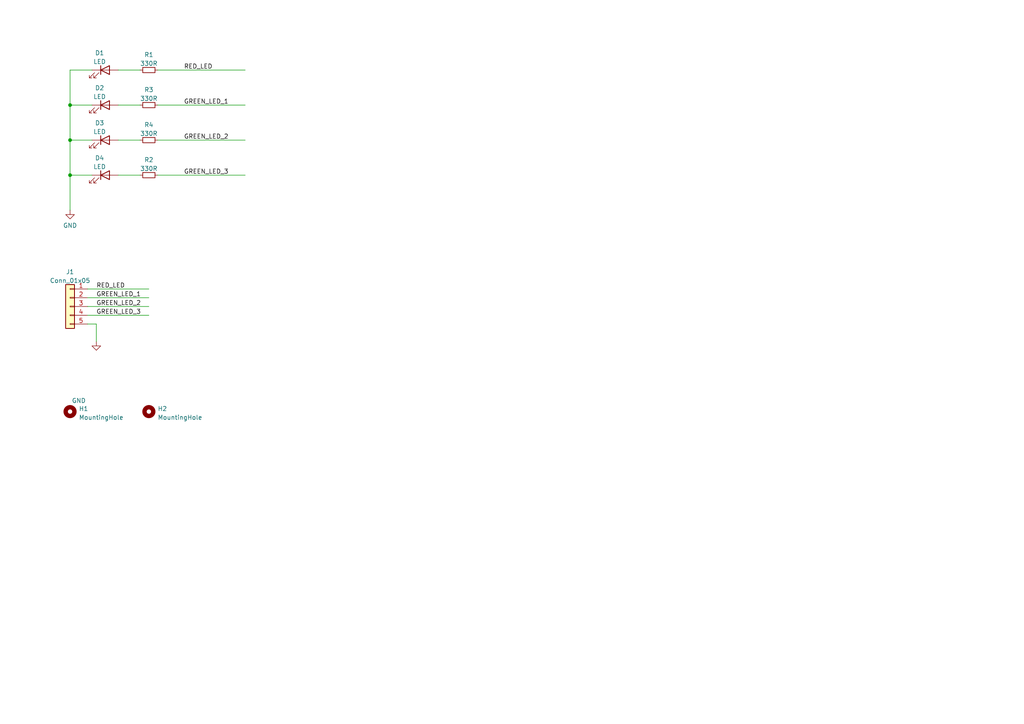
<source format=kicad_sch>
(kicad_sch (version 20211123) (generator eeschema)

  (uuid 5fba9282-90c2-45b8-b395-ed75bb69d791)

  (paper "A4")

  (lib_symbols
    (symbol "Connector_Generic:Conn_01x05" (pin_names (offset 1.016) hide) (in_bom yes) (on_board yes)
      (property "Reference" "J" (id 0) (at 0 7.62 0)
        (effects (font (size 1.27 1.27)))
      )
      (property "Value" "Conn_01x05" (id 1) (at 0 -7.62 0)
        (effects (font (size 1.27 1.27)))
      )
      (property "Footprint" "" (id 2) (at 0 0 0)
        (effects (font (size 1.27 1.27)) hide)
      )
      (property "Datasheet" "~" (id 3) (at 0 0 0)
        (effects (font (size 1.27 1.27)) hide)
      )
      (property "ki_keywords" "connector" (id 4) (at 0 0 0)
        (effects (font (size 1.27 1.27)) hide)
      )
      (property "ki_description" "Generic connector, single row, 01x05, script generated (kicad-library-utils/schlib/autogen/connector/)" (id 5) (at 0 0 0)
        (effects (font (size 1.27 1.27)) hide)
      )
      (property "ki_fp_filters" "Connector*:*_1x??_*" (id 6) (at 0 0 0)
        (effects (font (size 1.27 1.27)) hide)
      )
      (symbol "Conn_01x05_1_1"
        (rectangle (start -1.27 -4.953) (end 0 -5.207)
          (stroke (width 0.1524) (type default) (color 0 0 0 0))
          (fill (type none))
        )
        (rectangle (start -1.27 -2.413) (end 0 -2.667)
          (stroke (width 0.1524) (type default) (color 0 0 0 0))
          (fill (type none))
        )
        (rectangle (start -1.27 0.127) (end 0 -0.127)
          (stroke (width 0.1524) (type default) (color 0 0 0 0))
          (fill (type none))
        )
        (rectangle (start -1.27 2.667) (end 0 2.413)
          (stroke (width 0.1524) (type default) (color 0 0 0 0))
          (fill (type none))
        )
        (rectangle (start -1.27 5.207) (end 0 4.953)
          (stroke (width 0.1524) (type default) (color 0 0 0 0))
          (fill (type none))
        )
        (rectangle (start -1.27 6.35) (end 1.27 -6.35)
          (stroke (width 0.254) (type default) (color 0 0 0 0))
          (fill (type background))
        )
        (pin passive line (at -5.08 5.08 0) (length 3.81)
          (name "Pin_1" (effects (font (size 1.27 1.27))))
          (number "1" (effects (font (size 1.27 1.27))))
        )
        (pin passive line (at -5.08 2.54 0) (length 3.81)
          (name "Pin_2" (effects (font (size 1.27 1.27))))
          (number "2" (effects (font (size 1.27 1.27))))
        )
        (pin passive line (at -5.08 0 0) (length 3.81)
          (name "Pin_3" (effects (font (size 1.27 1.27))))
          (number "3" (effects (font (size 1.27 1.27))))
        )
        (pin passive line (at -5.08 -2.54 0) (length 3.81)
          (name "Pin_4" (effects (font (size 1.27 1.27))))
          (number "4" (effects (font (size 1.27 1.27))))
        )
        (pin passive line (at -5.08 -5.08 0) (length 3.81)
          (name "Pin_5" (effects (font (size 1.27 1.27))))
          (number "5" (effects (font (size 1.27 1.27))))
        )
      )
    )
    (symbol "Device:LED" (pin_numbers hide) (pin_names (offset 1.016) hide) (in_bom yes) (on_board yes)
      (property "Reference" "D" (id 0) (at 0 2.54 0)
        (effects (font (size 1.27 1.27)))
      )
      (property "Value" "LED" (id 1) (at 0 -2.54 0)
        (effects (font (size 1.27 1.27)))
      )
      (property "Footprint" "" (id 2) (at 0 0 0)
        (effects (font (size 1.27 1.27)) hide)
      )
      (property "Datasheet" "~" (id 3) (at 0 0 0)
        (effects (font (size 1.27 1.27)) hide)
      )
      (property "ki_keywords" "LED diode" (id 4) (at 0 0 0)
        (effects (font (size 1.27 1.27)) hide)
      )
      (property "ki_description" "Light emitting diode" (id 5) (at 0 0 0)
        (effects (font (size 1.27 1.27)) hide)
      )
      (property "ki_fp_filters" "LED* LED_SMD:* LED_THT:*" (id 6) (at 0 0 0)
        (effects (font (size 1.27 1.27)) hide)
      )
      (symbol "LED_0_1"
        (polyline
          (pts
            (xy -1.27 -1.27)
            (xy -1.27 1.27)
          )
          (stroke (width 0.254) (type default) (color 0 0 0 0))
          (fill (type none))
        )
        (polyline
          (pts
            (xy -1.27 0)
            (xy 1.27 0)
          )
          (stroke (width 0) (type default) (color 0 0 0 0))
          (fill (type none))
        )
        (polyline
          (pts
            (xy 1.27 -1.27)
            (xy 1.27 1.27)
            (xy -1.27 0)
            (xy 1.27 -1.27)
          )
          (stroke (width 0.254) (type default) (color 0 0 0 0))
          (fill (type none))
        )
        (polyline
          (pts
            (xy -3.048 -0.762)
            (xy -4.572 -2.286)
            (xy -3.81 -2.286)
            (xy -4.572 -2.286)
            (xy -4.572 -1.524)
          )
          (stroke (width 0) (type default) (color 0 0 0 0))
          (fill (type none))
        )
        (polyline
          (pts
            (xy -1.778 -0.762)
            (xy -3.302 -2.286)
            (xy -2.54 -2.286)
            (xy -3.302 -2.286)
            (xy -3.302 -1.524)
          )
          (stroke (width 0) (type default) (color 0 0 0 0))
          (fill (type none))
        )
      )
      (symbol "LED_1_1"
        (pin passive line (at -3.81 0 0) (length 2.54)
          (name "K" (effects (font (size 1.27 1.27))))
          (number "1" (effects (font (size 1.27 1.27))))
        )
        (pin passive line (at 3.81 0 180) (length 2.54)
          (name "A" (effects (font (size 1.27 1.27))))
          (number "2" (effects (font (size 1.27 1.27))))
        )
      )
    )
    (symbol "Device:R_Small" (pin_numbers hide) (pin_names (offset 0.254) hide) (in_bom yes) (on_board yes)
      (property "Reference" "R" (id 0) (at 0.762 0.508 0)
        (effects (font (size 1.27 1.27)) (justify left))
      )
      (property "Value" "R_Small" (id 1) (at 0.762 -1.016 0)
        (effects (font (size 1.27 1.27)) (justify left))
      )
      (property "Footprint" "" (id 2) (at 0 0 0)
        (effects (font (size 1.27 1.27)) hide)
      )
      (property "Datasheet" "~" (id 3) (at 0 0 0)
        (effects (font (size 1.27 1.27)) hide)
      )
      (property "ki_keywords" "R resistor" (id 4) (at 0 0 0)
        (effects (font (size 1.27 1.27)) hide)
      )
      (property "ki_description" "Resistor, small symbol" (id 5) (at 0 0 0)
        (effects (font (size 1.27 1.27)) hide)
      )
      (property "ki_fp_filters" "R_*" (id 6) (at 0 0 0)
        (effects (font (size 1.27 1.27)) hide)
      )
      (symbol "R_Small_0_1"
        (rectangle (start -0.762 1.778) (end 0.762 -1.778)
          (stroke (width 0.2032) (type default) (color 0 0 0 0))
          (fill (type none))
        )
      )
      (symbol "R_Small_1_1"
        (pin passive line (at 0 2.54 270) (length 0.762)
          (name "~" (effects (font (size 1.27 1.27))))
          (number "1" (effects (font (size 1.27 1.27))))
        )
        (pin passive line (at 0 -2.54 90) (length 0.762)
          (name "~" (effects (font (size 1.27 1.27))))
          (number "2" (effects (font (size 1.27 1.27))))
        )
      )
    )
    (symbol "Mechanical:MountingHole" (pin_names (offset 1.016)) (in_bom yes) (on_board yes)
      (property "Reference" "H" (id 0) (at 0 5.08 0)
        (effects (font (size 1.27 1.27)))
      )
      (property "Value" "MountingHole" (id 1) (at 0 3.175 0)
        (effects (font (size 1.27 1.27)))
      )
      (property "Footprint" "" (id 2) (at 0 0 0)
        (effects (font (size 1.27 1.27)) hide)
      )
      (property "Datasheet" "~" (id 3) (at 0 0 0)
        (effects (font (size 1.27 1.27)) hide)
      )
      (property "ki_keywords" "mounting hole" (id 4) (at 0 0 0)
        (effects (font (size 1.27 1.27)) hide)
      )
      (property "ki_description" "Mounting Hole without connection" (id 5) (at 0 0 0)
        (effects (font (size 1.27 1.27)) hide)
      )
      (property "ki_fp_filters" "MountingHole*" (id 6) (at 0 0 0)
        (effects (font (size 1.27 1.27)) hide)
      )
      (symbol "MountingHole_0_1"
        (circle (center 0 0) (radius 1.27)
          (stroke (width 1.27) (type default) (color 0 0 0 0))
          (fill (type none))
        )
      )
    )
    (symbol "power:GND" (power) (pin_names (offset 0)) (in_bom yes) (on_board yes)
      (property "Reference" "#PWR" (id 0) (at 0 -6.35 0)
        (effects (font (size 1.27 1.27)) hide)
      )
      (property "Value" "GND" (id 1) (at 0 -3.81 0)
        (effects (font (size 1.27 1.27)))
      )
      (property "Footprint" "" (id 2) (at 0 0 0)
        (effects (font (size 1.27 1.27)) hide)
      )
      (property "Datasheet" "" (id 3) (at 0 0 0)
        (effects (font (size 1.27 1.27)) hide)
      )
      (property "ki_keywords" "power-flag" (id 4) (at 0 0 0)
        (effects (font (size 1.27 1.27)) hide)
      )
      (property "ki_description" "Power symbol creates a global label with name \"GND\" , ground" (id 5) (at 0 0 0)
        (effects (font (size 1.27 1.27)) hide)
      )
      (symbol "GND_0_1"
        (polyline
          (pts
            (xy 0 0)
            (xy 0 -1.27)
            (xy 1.27 -1.27)
            (xy 0 -2.54)
            (xy -1.27 -1.27)
            (xy 0 -1.27)
          )
          (stroke (width 0) (type default) (color 0 0 0 0))
          (fill (type none))
        )
      )
      (symbol "GND_1_1"
        (pin power_in line (at 0 0 270) (length 0) hide
          (name "GND" (effects (font (size 1.27 1.27))))
          (number "1" (effects (font (size 1.27 1.27))))
        )
      )
    )
  )

  (junction (at 20.32 40.64) (diameter 0) (color 0 0 0 0)
    (uuid 5f28ea04-c1e7-4139-b37f-963d55be1f4f)
  )
  (junction (at 20.32 30.48) (diameter 0) (color 0 0 0 0)
    (uuid 82e559d5-b098-44c2-805c-932f3e7ac035)
  )
  (junction (at 20.32 50.8) (diameter 0) (color 0 0 0 0)
    (uuid df2145aa-e69f-4857-a431-81c73962fbdd)
  )

  (wire (pts (xy 25.4 86.36) (xy 43.18 86.36))
    (stroke (width 0) (type default) (color 0 0 0 0))
    (uuid 02827c05-d965-4bfe-ac51-3500b33da91a)
  )
  (wire (pts (xy 34.29 30.48) (xy 40.64 30.48))
    (stroke (width 0) (type default) (color 0 0 0 0))
    (uuid 0573470c-35fa-4c46-b9cf-5920fbbc7e5e)
  )
  (wire (pts (xy 45.72 40.64) (xy 71.12 40.64))
    (stroke (width 0) (type default) (color 0 0 0 0))
    (uuid 1fdcf15f-e886-437c-aae9-db3259eca4ff)
  )
  (wire (pts (xy 20.32 30.48) (xy 20.32 20.32))
    (stroke (width 0) (type default) (color 0 0 0 0))
    (uuid 2d716208-fe30-4a43-9af0-a592250a7429)
  )
  (wire (pts (xy 25.4 91.44) (xy 43.18 91.44))
    (stroke (width 0) (type default) (color 0 0 0 0))
    (uuid 2e7aeed3-57b4-4b6b-82ec-132ee53310e8)
  )
  (wire (pts (xy 20.32 20.32) (xy 26.67 20.32))
    (stroke (width 0) (type default) (color 0 0 0 0))
    (uuid 430c12ab-2859-4d78-9b2b-6edf3ac71dbc)
  )
  (wire (pts (xy 34.29 50.8) (xy 40.64 50.8))
    (stroke (width 0) (type default) (color 0 0 0 0))
    (uuid 464cb187-8966-43cc-ac46-d6a0019efd13)
  )
  (wire (pts (xy 34.29 40.64) (xy 40.64 40.64))
    (stroke (width 0) (type default) (color 0 0 0 0))
    (uuid 63da1544-d46c-45d4-a814-ef6edb374a2c)
  )
  (wire (pts (xy 20.32 30.48) (xy 26.67 30.48))
    (stroke (width 0) (type default) (color 0 0 0 0))
    (uuid 6ad96f6d-599a-4f6b-8bd9-c7a471995ba6)
  )
  (wire (pts (xy 25.4 88.9) (xy 43.18 88.9))
    (stroke (width 0) (type default) (color 0 0 0 0))
    (uuid 74069abb-db7c-48c7-ad4b-217d9bf7f665)
  )
  (wire (pts (xy 27.94 93.98) (xy 25.4 93.98))
    (stroke (width 0) (type default) (color 0 0 0 0))
    (uuid 7629fdfe-812f-41fd-b46d-15df0cdb8eb6)
  )
  (wire (pts (xy 45.72 30.48) (xy 71.12 30.48))
    (stroke (width 0) (type default) (color 0 0 0 0))
    (uuid 7f10e905-0e12-41a2-86d5-25b9f8fb416b)
  )
  (wire (pts (xy 45.72 20.32) (xy 71.12 20.32))
    (stroke (width 0) (type default) (color 0 0 0 0))
    (uuid 8544196c-2d4a-4888-9297-2a5391563573)
  )
  (wire (pts (xy 45.72 50.8) (xy 71.12 50.8))
    (stroke (width 0) (type default) (color 0 0 0 0))
    (uuid 8e877dd5-e52d-4469-92eb-d0b9846ea561)
  )
  (wire (pts (xy 20.32 40.64) (xy 26.67 40.64))
    (stroke (width 0) (type default) (color 0 0 0 0))
    (uuid 9c4996ab-7b50-4cac-957e-92b9147ff4b5)
  )
  (wire (pts (xy 20.32 40.64) (xy 20.32 50.8))
    (stroke (width 0) (type default) (color 0 0 0 0))
    (uuid c7153957-72bb-47f0-a3f1-944597b79f0d)
  )
  (wire (pts (xy 25.4 83.82) (xy 43.18 83.82))
    (stroke (width 0) (type default) (color 0 0 0 0))
    (uuid c74356fd-f83e-4c67-b4f5-5c60d115f595)
  )
  (wire (pts (xy 27.94 99.06) (xy 27.94 93.98))
    (stroke (width 0) (type default) (color 0 0 0 0))
    (uuid d2e17a36-0072-47d9-b816-3a5588994d9e)
  )
  (wire (pts (xy 20.32 50.8) (xy 26.67 50.8))
    (stroke (width 0) (type default) (color 0 0 0 0))
    (uuid d6aa383d-0257-4afe-8c4b-b7fd7764397c)
  )
  (wire (pts (xy 20.32 40.64) (xy 20.32 30.48))
    (stroke (width 0) (type default) (color 0 0 0 0))
    (uuid e2542ece-5920-491b-9102-f0f96239a8af)
  )
  (wire (pts (xy 20.32 50.8) (xy 20.32 60.96))
    (stroke (width 0) (type default) (color 0 0 0 0))
    (uuid e9d236e0-7777-4a1e-ba07-d368c9979cf6)
  )
  (wire (pts (xy 34.29 20.32) (xy 40.64 20.32))
    (stroke (width 0) (type default) (color 0 0 0 0))
    (uuid fd68b9c8-5a4e-41fa-81d1-f42146f25133)
  )

  (label "GREEN_LED_3" (at 27.94 91.44 0)
    (effects (font (size 1.27 1.27)) (justify left bottom))
    (uuid 354b81dd-73b1-49e5-9f77-800657acf732)
  )
  (label "RED_LED" (at 53.34 20.32 0)
    (effects (font (size 1.27 1.27)) (justify left bottom))
    (uuid 7dc399fe-cf9d-40b3-99e6-65f19d29a9ef)
  )
  (label "GREEN_LED_2" (at 27.94 88.9 0)
    (effects (font (size 1.27 1.27)) (justify left bottom))
    (uuid 82184bfd-8397-447d-a7d3-27b44f0e306f)
  )
  (label "GREEN_LED_1" (at 53.34 30.48 0)
    (effects (font (size 1.27 1.27)) (justify left bottom))
    (uuid a07cb758-e83f-43fc-9616-844ba6a862fd)
  )
  (label "GREEN_LED_3" (at 53.34 50.8 0)
    (effects (font (size 1.27 1.27)) (justify left bottom))
    (uuid a75d27e1-5292-4660-a14c-96f6645df791)
  )
  (label "GREEN_LED_1" (at 27.94 86.36 0)
    (effects (font (size 1.27 1.27)) (justify left bottom))
    (uuid be4284fe-701a-484d-8b3a-63bc768f08c0)
  )
  (label "RED_LED" (at 27.94 83.82 0)
    (effects (font (size 1.27 1.27)) (justify left bottom))
    (uuid c161e9bb-5432-495b-9544-ce198f136d01)
  )
  (label "GREEN_LED_2" (at 53.34 40.64 0)
    (effects (font (size 1.27 1.27)) (justify left bottom))
    (uuid f0f473fb-a339-4f61-bbc5-1766aa8a4721)
  )

  (symbol (lib_id "Device:R_Small") (at 43.18 50.8 90) (unit 1)
    (in_bom yes) (on_board yes) (fields_autoplaced)
    (uuid 01d83bfd-1704-47d3-b0cc-7adc46c8c1ee)
    (property "Reference" "R2" (id 0) (at 43.18 46.3636 90))
    (property "Value" "330R" (id 1) (at 43.18 48.9005 90))
    (property "Footprint" "Resistor_THT:R_Axial_DIN0207_L6.3mm_D2.5mm_P10.16mm_Horizontal" (id 2) (at 43.18 50.8 0)
      (effects (font (size 1.27 1.27)) hide)
    )
    (property "Datasheet" "~" (id 3) (at 43.18 50.8 0)
      (effects (font (size 1.27 1.27)) hide)
    )
    (pin "1" (uuid d8745425-ef0f-4b18-9fcb-80676055c810))
    (pin "2" (uuid fb28310e-1d2b-4acc-86ee-37bff2e87ec3))
  )

  (symbol (lib_id "Device:R_Small") (at 43.18 20.32 90) (unit 1)
    (in_bom yes) (on_board yes) (fields_autoplaced)
    (uuid 07770daa-930f-4bb2-9e72-550ebf4f4243)
    (property "Reference" "R1" (id 0) (at 43.18 15.8836 90))
    (property "Value" "330R" (id 1) (at 43.18 18.4205 90))
    (property "Footprint" "Resistor_THT:R_Axial_DIN0207_L6.3mm_D2.5mm_P10.16mm_Horizontal" (id 2) (at 43.18 20.32 0)
      (effects (font (size 1.27 1.27)) hide)
    )
    (property "Datasheet" "~" (id 3) (at 43.18 20.32 0)
      (effects (font (size 1.27 1.27)) hide)
    )
    (pin "1" (uuid a7c50992-5b23-41f9-ad75-34dd7105edc3))
    (pin "2" (uuid 4cf19075-c8aa-4230-97c2-dec2187bbf1c))
  )

  (symbol (lib_id "Device:LED") (at 30.48 50.8 0) (unit 1)
    (in_bom yes) (on_board yes) (fields_autoplaced)
    (uuid 0c973123-ca5c-42c6-afa2-88ea13265d91)
    (property "Reference" "D4" (id 0) (at 28.8925 45.8302 0))
    (property "Value" "LED" (id 1) (at 28.8925 48.3671 0))
    (property "Footprint" "LED_THT:LED_D5.0mm" (id 2) (at 30.48 50.8 0)
      (effects (font (size 1.27 1.27)) hide)
    )
    (property "Datasheet" "~" (id 3) (at 30.48 50.8 0)
      (effects (font (size 1.27 1.27)) hide)
    )
    (pin "1" (uuid cb40dc80-b52c-4f73-ab1f-68c4db53b5f6))
    (pin "2" (uuid 00b975cb-5087-4e82-a2b8-24af943fa46b))
  )

  (symbol (lib_id "Mechanical:MountingHole") (at 20.32 119.38 0) (unit 1)
    (in_bom yes) (on_board yes) (fields_autoplaced)
    (uuid 201619ae-3e6a-4f29-b6d9-6bd5ba984776)
    (property "Reference" "H1" (id 0) (at 22.86 118.5453 0)
      (effects (font (size 1.27 1.27)) (justify left))
    )
    (property "Value" "MountingHole" (id 1) (at 22.86 121.0822 0)
      (effects (font (size 1.27 1.27)) (justify left))
    )
    (property "Footprint" "MountingHole:MountingHole_3.2mm_M3" (id 2) (at 20.32 119.38 0)
      (effects (font (size 1.27 1.27)) hide)
    )
    (property "Datasheet" "~" (id 3) (at 20.32 119.38 0)
      (effects (font (size 1.27 1.27)) hide)
    )
  )

  (symbol (lib_id "Mechanical:MountingHole") (at 43.18 119.38 0) (unit 1)
    (in_bom yes) (on_board yes) (fields_autoplaced)
    (uuid 2ef7eacc-8fee-48cb-ae88-4c754d2135cf)
    (property "Reference" "H2" (id 0) (at 45.72 118.5453 0)
      (effects (font (size 1.27 1.27)) (justify left))
    )
    (property "Value" "MountingHole" (id 1) (at 45.72 121.0822 0)
      (effects (font (size 1.27 1.27)) (justify left))
    )
    (property "Footprint" "MountingHole:MountingHole_3.2mm_M3" (id 2) (at 43.18 119.38 0)
      (effects (font (size 1.27 1.27)) hide)
    )
    (property "Datasheet" "~" (id 3) (at 43.18 119.38 0)
      (effects (font (size 1.27 1.27)) hide)
    )
  )

  (symbol (lib_id "Connector_Generic:Conn_01x05") (at 20.32 88.9 0) (mirror y) (unit 1)
    (in_bom yes) (on_board yes) (fields_autoplaced)
    (uuid 3e9ba944-a305-4216-91ae-097bd2f979ec)
    (property "Reference" "J1" (id 0) (at 20.32 78.8502 0))
    (property "Value" "Conn_01x05" (id 1) (at 20.32 81.3871 0))
    (property "Footprint" "Connector_JST:JST_PH_B5B-PH-K_1x05_P2.00mm_Vertical" (id 2) (at 20.32 88.9 0)
      (effects (font (size 1.27 1.27)) hide)
    )
    (property "Datasheet" "~" (id 3) (at 20.32 88.9 0)
      (effects (font (size 1.27 1.27)) hide)
    )
    (pin "1" (uuid b3b3e759-87d1-49dd-802f-01de59ad2c06))
    (pin "2" (uuid d6b4815f-f1fc-41e7-ab25-92f07c3cd567))
    (pin "3" (uuid bbb5756e-6db2-4150-a7a3-bd3ef0c13570))
    (pin "4" (uuid 61684244-f358-4908-a884-e78e6b7cc555))
    (pin "5" (uuid 0bdf373c-1b55-49b1-877a-42d0d2a937c6))
  )

  (symbol (lib_id "Device:LED") (at 30.48 30.48 0) (unit 1)
    (in_bom yes) (on_board yes) (fields_autoplaced)
    (uuid 44a6fe73-536e-4ebf-9457-67cac97ddfa4)
    (property "Reference" "D2" (id 0) (at 28.8925 25.5102 0))
    (property "Value" "LED" (id 1) (at 28.8925 28.0471 0))
    (property "Footprint" "LED_THT:LED_D5.0mm" (id 2) (at 30.48 30.48 0)
      (effects (font (size 1.27 1.27)) hide)
    )
    (property "Datasheet" "~" (id 3) (at 30.48 30.48 0)
      (effects (font (size 1.27 1.27)) hide)
    )
    (pin "1" (uuid aa645089-5a4b-4227-9e7a-0f45c2ec91ec))
    (pin "2" (uuid f996b4f8-7be8-469c-a306-b8758c1e6b19))
  )

  (symbol (lib_id "power:GND") (at 27.94 99.06 0) (unit 1)
    (in_bom yes) (on_board yes)
    (uuid 6ef36117-72da-44b7-9bb0-6f085cd98bed)
    (property "Reference" "#PWR04" (id 0) (at 27.94 105.41 0)
      (effects (font (size 1.27 1.27)) hide)
    )
    (property "Value" "GND" (id 1) (at 22.86 116.2034 0))
    (property "Footprint" "" (id 2) (at 27.94 99.06 0)
      (effects (font (size 1.27 1.27)) hide)
    )
    (property "Datasheet" "" (id 3) (at 27.94 99.06 0)
      (effects (font (size 1.27 1.27)) hide)
    )
    (pin "1" (uuid 6bc32550-9786-425f-8a20-336cb3cb2b15))
  )

  (symbol (lib_id "Device:LED") (at 30.48 20.32 0) (unit 1)
    (in_bom yes) (on_board yes) (fields_autoplaced)
    (uuid 77aa0eab-2304-40a7-a1be-f168c0e819fd)
    (property "Reference" "D1" (id 0) (at 28.8925 15.3502 0))
    (property "Value" "LED" (id 1) (at 28.8925 17.8871 0))
    (property "Footprint" "LED_THT:LED_D5.0mm" (id 2) (at 30.48 20.32 0)
      (effects (font (size 1.27 1.27)) hide)
    )
    (property "Datasheet" "~" (id 3) (at 30.48 20.32 0)
      (effects (font (size 1.27 1.27)) hide)
    )
    (pin "1" (uuid 51f36ec7-a907-4aeb-8a58-fca83aecd3b1))
    (pin "2" (uuid 169044cf-638f-4098-b14f-5d3bbb9365ef))
  )

  (symbol (lib_id "power:GND") (at 20.32 60.96 0) (unit 1)
    (in_bom yes) (on_board yes) (fields_autoplaced)
    (uuid b3ac72c5-6989-4a50-9c55-5ceb93f51340)
    (property "Reference" "#PWR03" (id 0) (at 20.32 67.31 0)
      (effects (font (size 1.27 1.27)) hide)
    )
    (property "Value" "GND" (id 1) (at 20.32 65.4034 0))
    (property "Footprint" "" (id 2) (at 20.32 60.96 0)
      (effects (font (size 1.27 1.27)) hide)
    )
    (property "Datasheet" "" (id 3) (at 20.32 60.96 0)
      (effects (font (size 1.27 1.27)) hide)
    )
    (pin "1" (uuid a59a30a5-2965-4930-88a3-52865ca6b6ea))
  )

  (symbol (lib_id "Device:R_Small") (at 43.18 30.48 90) (unit 1)
    (in_bom yes) (on_board yes) (fields_autoplaced)
    (uuid b3be6cf1-f945-4744-b1c4-e59c276e0b32)
    (property "Reference" "R3" (id 0) (at 43.18 26.0436 90))
    (property "Value" "330R" (id 1) (at 43.18 28.5805 90))
    (property "Footprint" "Resistor_THT:R_Axial_DIN0207_L6.3mm_D2.5mm_P10.16mm_Horizontal" (id 2) (at 43.18 30.48 0)
      (effects (font (size 1.27 1.27)) hide)
    )
    (property "Datasheet" "~" (id 3) (at 43.18 30.48 0)
      (effects (font (size 1.27 1.27)) hide)
    )
    (pin "1" (uuid c13a6bc5-05c3-4d7b-a6f1-b720f9e95dfa))
    (pin "2" (uuid 12c80a76-3688-4644-8dd9-8376d351f171))
  )

  (symbol (lib_id "Device:R_Small") (at 43.18 40.64 90) (unit 1)
    (in_bom yes) (on_board yes) (fields_autoplaced)
    (uuid e89ab031-56bd-471b-b1a2-21e8c8d4f594)
    (property "Reference" "R4" (id 0) (at 43.18 36.2036 90))
    (property "Value" "330R" (id 1) (at 43.18 38.7405 90))
    (property "Footprint" "Resistor_THT:R_Axial_DIN0207_L6.3mm_D2.5mm_P10.16mm_Horizontal" (id 2) (at 43.18 40.64 0)
      (effects (font (size 1.27 1.27)) hide)
    )
    (property "Datasheet" "~" (id 3) (at 43.18 40.64 0)
      (effects (font (size 1.27 1.27)) hide)
    )
    (pin "1" (uuid 183c4a7e-e539-468c-81a5-c3d1d6ded144))
    (pin "2" (uuid 38e83fc6-42f4-492c-8591-c586b68e4917))
  )

  (symbol (lib_id "Device:LED") (at 30.48 40.64 0) (unit 1)
    (in_bom yes) (on_board yes) (fields_autoplaced)
    (uuid e904186d-9fc0-463b-bc93-1e9566e94cc1)
    (property "Reference" "D3" (id 0) (at 28.8925 35.6702 0))
    (property "Value" "LED" (id 1) (at 28.8925 38.2071 0))
    (property "Footprint" "LED_THT:LED_D5.0mm" (id 2) (at 30.48 40.64 0)
      (effects (font (size 1.27 1.27)) hide)
    )
    (property "Datasheet" "~" (id 3) (at 30.48 40.64 0)
      (effects (font (size 1.27 1.27)) hide)
    )
    (pin "1" (uuid cadcfb5b-ee2d-41a1-b790-42d9d0024ebe))
    (pin "2" (uuid af58d790-80dd-4b1d-b7ad-dbd2f9bc76c3))
  )

  (sheet_instances
    (path "/" (page "1"))
  )

  (symbol_instances
    (path "/b3ac72c5-6989-4a50-9c55-5ceb93f51340"
      (reference "#PWR03") (unit 1) (value "GND") (footprint "")
    )
    (path "/6ef36117-72da-44b7-9bb0-6f085cd98bed"
      (reference "#PWR04") (unit 1) (value "GND") (footprint "")
    )
    (path "/77aa0eab-2304-40a7-a1be-f168c0e819fd"
      (reference "D1") (unit 1) (value "LED") (footprint "LED_THT:LED_D5.0mm")
    )
    (path "/44a6fe73-536e-4ebf-9457-67cac97ddfa4"
      (reference "D2") (unit 1) (value "LED") (footprint "LED_THT:LED_D5.0mm")
    )
    (path "/e904186d-9fc0-463b-bc93-1e9566e94cc1"
      (reference "D3") (unit 1) (value "LED") (footprint "LED_THT:LED_D5.0mm")
    )
    (path "/0c973123-ca5c-42c6-afa2-88ea13265d91"
      (reference "D4") (unit 1) (value "LED") (footprint "LED_THT:LED_D5.0mm")
    )
    (path "/201619ae-3e6a-4f29-b6d9-6bd5ba984776"
      (reference "H1") (unit 1) (value "MountingHole") (footprint "MountingHole:MountingHole_3.2mm_M3")
    )
    (path "/2ef7eacc-8fee-48cb-ae88-4c754d2135cf"
      (reference "H2") (unit 1) (value "MountingHole") (footprint "MountingHole:MountingHole_3.2mm_M3")
    )
    (path "/3e9ba944-a305-4216-91ae-097bd2f979ec"
      (reference "J1") (unit 1) (value "Conn_01x05") (footprint "Connector_JST:JST_PH_B5B-PH-K_1x05_P2.00mm_Vertical")
    )
    (path "/07770daa-930f-4bb2-9e72-550ebf4f4243"
      (reference "R1") (unit 1) (value "330R") (footprint "Resistor_THT:R_Axial_DIN0207_L6.3mm_D2.5mm_P10.16mm_Horizontal")
    )
    (path "/01d83bfd-1704-47d3-b0cc-7adc46c8c1ee"
      (reference "R2") (unit 1) (value "330R") (footprint "Resistor_THT:R_Axial_DIN0207_L6.3mm_D2.5mm_P10.16mm_Horizontal")
    )
    (path "/b3be6cf1-f945-4744-b1c4-e59c276e0b32"
      (reference "R3") (unit 1) (value "330R") (footprint "Resistor_THT:R_Axial_DIN0207_L6.3mm_D2.5mm_P10.16mm_Horizontal")
    )
    (path "/e89ab031-56bd-471b-b1a2-21e8c8d4f594"
      (reference "R4") (unit 1) (value "330R") (footprint "Resistor_THT:R_Axial_DIN0207_L6.3mm_D2.5mm_P10.16mm_Horizontal")
    )
  )
)

</source>
